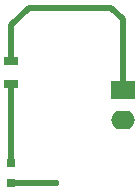
<source format=gtl>
G04*
G04 #@! TF.GenerationSoftware,Altium Limited,Altium Designer,20.0.13 (296)*
G04*
G04 Layer_Physical_Order=1*
G04 Layer_Color=255*
%FSLAX25Y25*%
%MOIN*%
G70*
G01*
G75*
%ADD13R,0.03150X0.03150*%
%ADD14R,0.05118X0.02756*%
%ADD20C,0.01968*%
%ADD21R,0.07874X0.06299*%
%ADD22O,0.07874X0.06299*%
%ADD23C,0.02362*%
D13*
X21654Y14469D02*
D03*
Y20965D02*
D03*
D14*
Y54921D02*
D03*
Y47441D02*
D03*
D20*
Y20965D02*
Y47441D01*
X59055Y45276D02*
Y68898D01*
X21654Y14469D02*
X36713D01*
X21654Y54921D02*
Y66929D01*
X27559Y72835D01*
X55118D01*
X59055Y68898D01*
D21*
Y45276D02*
D03*
D22*
Y35276D02*
D03*
D23*
X36713Y14469D02*
D03*
M02*

</source>
